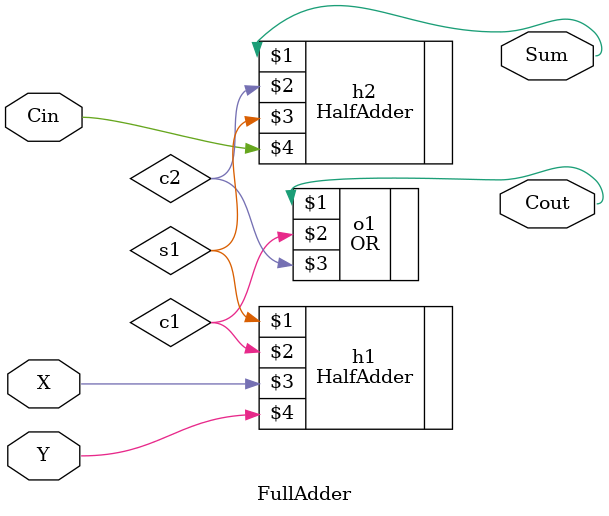
<source format=sv>
`include "HalfAdder.sv"

module FullAdder(
  	output Sum,
  	output Cout,
  	input Cin,
	input X,
	input Y
);
  
  wire s1;
  wire c1;
  wire c2;
  
  HalfAdder h1(s1, c1, X, Y);
  HalfAdder h2(Sum, c2, s1, Cin);
  
  OR o1(Cout, c1, c2);
  
endmodule	
</source>
